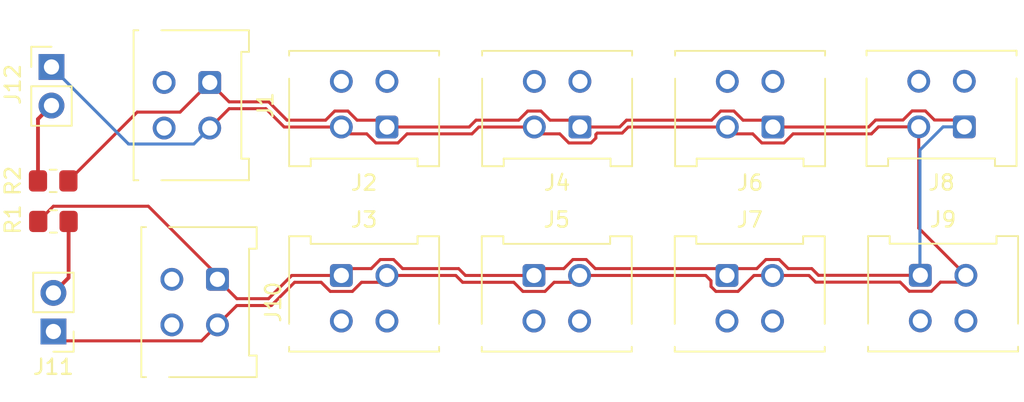
<source format=kicad_pcb>
(kicad_pcb (version 20211014) (generator pcbnew)
  (layers (0 "F.Cu" signal) (31 "B.Cu" signal) (34 "B.Paste" user) (35 "F.Paste" user) (36 "B.SilkS" user "B.Silkscreen") (37 "F.SilkS" user "F.Silkscreen") (38 "B.Mask" user) (39 "F.Mask" user) (44 "Edge.Cuts" user))
  (net 0 "")
  (net 1 "/CAN_P")
  (net 2 "/CAN_N")
  (net 4 "Net-(J11-Pad2)")
  (net 5 "Net-(J12-Pad2)")
  (footprint "Connector_Molex:Molex_Micro-Fit_3.0_43045-0412_2x02_P3.00mm_Vertical" (layer "F.Cu") (at 69.342 56.642 -90)
    (fp_text reference "J10" (at 1.5 -3.67 90) (layer "F.SilkS"))
    (fp_text value "mx3.0_2x2")
    (fp_line (start -3.435 4.7) (end -3.435 5.01) (layer "F.SilkS") (width 0.12))
    (fp_line (start 5.015 -2.08) (end 5.015 -2.58) (layer "F.SilkS") (width 0.12))
    (fp_line (start -3.435 5.01) (end 6.435 5.01) (layer "F.SilkS") (width 0.12))
    (fp_line (start -3.435 -2.58) (end -2.015 -2.58) (layer "F.SilkS") (width 0.12))
    (fp_line (start -2.015 -2.58) (end -2.015 -2.08) (layer "F.SilkS") (width 0.12))
    (fp_line (start -3.435 3.18) (end -3.435 -2.58) (layer "F.SilkS") (width 0.12))
    (fp_line (start 6.435 -2.58) (end 6.435 3.18) (layer "F.SilkS") (width 0.12))
    (fp_line (start -2.015 -2.08) (end 5.015 -2.08) (layer "F.SilkS") (width 0.12))
    (fp_line (start 5.015 -2.58) (end 6.435 -2.58) (layer "F.SilkS") (width 0.12))
    (fp_line (start 6.435 5.01) (end 6.435 4.7) (layer "F.SilkS") (width 0.12))
    (pad "" np_thru_hole circle locked (at -3 3.94 270) (size 1 1) (drill 1) (layers *.Cu *.Mask))
    (pad "" np_thru_hole circle locked (at 6 3.94 270) (size 1 1) (drill 1) (layers *.Cu *.Mask))
    (pad "1" thru_hole roundrect locked (at 0 0 270) (size 1.5 1.5) (drill 1) (layers *.Cu *.Mask) (roundrect_rratio 0.166667) (net 1 "/CAN_P"))
    (pad "2" thru_hole circle locked (at 3 0 270) (size 1.5 1.5) (drill 1) (layers *.Cu *.Mask) (net 2 "/CAN_N"))
    (pad "3" thru_hole circle locked (at 0 3 270) (size 1.5 1.5) (drill 1) (layers *.Cu *.Mask))
    (pad "4" thru_hole circle locked (at 3 3 270) (size 1.5 1.5) (drill 1) (layers *.Cu *.Mask))
  )
  (footprint "Connector_Molex:Molex_Micro-Fit_3.0_43045-0412_2x02_P3.00mm_Vertical" (layer "F.Cu") (at 102.87 56.388)
    (fp_text reference "J7" (at 1.5 -3.67) (layer "F.SilkS"))
    (fp_text value "mx3.0_2x2")
    (fp_line (start -3.435 4.7) (end -3.435 5.01) (layer "F.SilkS") (width 0.12))
    (fp_line (start -3.435 -2.58) (end -2.015 -2.58) (layer "F.SilkS") (width 0.12))
    (fp_line (start 6.435 5.01) (end 6.435 4.7) (layer "F.SilkS") (width 0.12))
    (fp_line (start 6.435 -2.58) (end 6.435 3.18) (layer "F.SilkS") (width 0.12))
    (fp_line (start -3.435 5.01) (end 6.435 5.01) (layer "F.SilkS") (width 0.12))
    (fp_line (start 5.015 -2.08) (end 5.015 -2.58) (layer "F.SilkS") (width 0.12))
    (fp_line (start -3.435 3.18) (end -3.435 -2.58) (layer "F.SilkS") (width 0.12))
    (fp_line (start 5.015 -2.58) (end 6.435 -2.58) (layer "F.SilkS") (width 0.12))
    (fp_line (start -2.015 -2.08) (end 5.015 -2.08) (layer "F.SilkS") (width 0.12))
    (fp_line (start -2.015 -2.58) (end -2.015 -2.08) (layer "F.SilkS") (width 0.12))
    (pad "" np_thru_hole circle locked (at 6 3.94) (size 1 1) (drill 1) (layers *.Cu *.Mask))
    (pad "" np_thru_hole circle locked (at -3 3.94) (size 1 1) (drill 1) (layers *.Cu *.Mask))
    (pad "1" thru_hole roundrect locked (at 0 0) (size 1.5 1.5) (drill 1) (layers *.Cu *.Mask) (roundrect_rratio 0.166667) (net 1 "/CAN_P"))
    (pad "2" thru_hole circle locked (at 3 0) (size 1.5 1.5) (drill 1) (layers *.Cu *.Mask) (net 2 "/CAN_N"))
    (pad "3" thru_hole circle locked (at 0 3) (size 1.5 1.5) (drill 1) (layers *.Cu *.Mask))
    (pad "4" thru_hole circle locked (at 3 3) (size 1.5 1.5) (drill 1) (layers *.Cu *.Mask))
  )
  (footprint "Connector_Molex:Molex_Micro-Fit_3.0_43045-0412_2x02_P3.00mm_Vertical" (layer "F.Cu") (at 90.17 56.388)
    (fp_text reference "J5" (at 1.5 -3.67) (layer "F.SilkS"))
    (fp_text value "mx3.0_2x2")
    (fp_line (start -3.435 3.18) (end -3.435 -2.58) (layer "F.SilkS") (width 0.12))
    (fp_line (start 6.435 5.01) (end 6.435 4.7) (layer "F.SilkS") (width 0.12))
    (fp_line (start 5.015 -2.58) (end 6.435 -2.58) (layer "F.SilkS") (width 0.12))
    (fp_line (start -2.015 -2.58) (end -2.015 -2.08) (layer "F.SilkS") (width 0.12))
    (fp_line (start -3.435 4.7) (end -3.435 5.01) (layer "F.SilkS") (width 0.12))
    (fp_line (start -2.015 -2.08) (end 5.015 -2.08) (layer "F.SilkS") (width 0.12))
    (fp_line (start 6.435 -2.58) (end 6.435 3.18) (layer "F.SilkS") (width 0.12))
    (fp_line (start -3.435 5.01) (end 6.435 5.01) (layer "F.SilkS") (width 0.12))
    (fp_line (start -3.435 -2.58) (end -2.015 -2.58) (layer "F.SilkS") (width 0.12))
    (fp_line (start 5.015 -2.08) (end 5.015 -2.58) (layer "F.SilkS") (width 0.12))
    (pad "" np_thru_hole circle locked (at -3 3.94) (size 1 1) (drill 1) (layers *.Cu *.Mask))
    (pad "" np_thru_hole circle locked (at 6 3.94) (size 1 1) (drill 1) (layers *.Cu *.Mask))
    (pad "1" thru_hole roundrect locked (at 0 0) (size 1.5 1.5) (drill 1) (layers *.Cu *.Mask) (roundrect_rratio 0.166667) (net 1 "/CAN_P"))
    (pad "2" thru_hole circle locked (at 3 0) (size 1.5 1.5) (drill 1) (layers *.Cu *.Mask) (net 2 "/CAN_N"))
    (pad "3" thru_hole circle locked (at 0 3) (size 1.5 1.5) (drill 1) (layers *.Cu *.Mask))
    (pad "4" thru_hole circle locked (at 3 3) (size 1.5 1.5) (drill 1) (layers *.Cu *.Mask))
  )
  (footprint "Connector_Molex:Molex_Micro-Fit_3.0_43045-0412_2x02_P3.00mm_Vertical" (layer "F.Cu") (at 105.894 46.619 180)
    (fp_text reference "J6" (at 1.5 -3.67) (layer "F.SilkS"))
    (fp_text value "mx3.0_2x2")
    (fp_line (start -3.435 3.18) (end -3.435 -2.58) (layer "F.SilkS") (width 0.12))
    (fp_line (start 5.015 -2.58) (end 6.435 -2.58) (layer "F.SilkS") (width 0.12))
    (fp_line (start -2.015 -2.08) (end 5.015 -2.08) (layer "F.SilkS") (width 0.12))
    (fp_line (start 6.435 5.01) (end 6.435 4.7) (layer "F.SilkS") (width 0.12))
    (fp_line (start 6.435 -2.58) (end 6.435 3.18) (layer "F.SilkS") (width 0.12))
    (fp_line (start -2.015 -2.58) (end -2.015 -2.08) (layer "F.SilkS") (width 0.12))
    (fp_line (start -3.435 5.01) (end 6.435 5.01) (layer "F.SilkS") (width 0.12))
    (fp_line (start -3.435 -2.58) (end -2.015 -2.58) (layer "F.SilkS") (width 0.12))
    (fp_line (start 5.015 -2.08) (end 5.015 -2.58) (layer "F.SilkS") (width 0.12))
    (fp_line (start -3.435 4.7) (end -3.435 5.01) (layer "F.SilkS") (width 0.12))
    (pad "" np_thru_hole circle locked (at 6 3.94 180) (size 1 1) (drill 1) (layers *.Cu *.Mask))
    (pad "" np_thru_hole circle locked (at -3 3.94 180) (size 1 1) (drill 1) (layers *.Cu *.Mask))
    (pad "1" thru_hole roundrect locked (at 0 0 180) (size 1.5 1.5) (drill 1) (layers *.Cu *.Mask) (roundrect_rratio 0.166667) (net 1 "/CAN_P"))
    (pad "2" thru_hole circle locked (at 3 0 180) (size 1.5 1.5) (drill 1) (layers *.Cu *.Mask) (net 2 "/CAN_N"))
    (pad "3" thru_hole circle locked (at 0 3 180) (size 1.5 1.5) (drill 1) (layers *.Cu *.Mask))
    (pad "4" thru_hole circle locked (at 3 3 180) (size 1.5 1.5) (drill 1) (layers *.Cu *.Mask))
  )
  (footprint "Connector_PinHeader_2.54mm:PinHeader_1x02_P2.54mm_Vertical" (layer "F.Cu") (at 58.42 42.667)
    (fp_text reference "J12" (at -2.54 1.148 90) (layer "F.SilkS"))
    (fp_text value "TR")
    (fp_line (start -1.33 1.27) (end 1.33 1.27) (layer "F.SilkS") (width 0.12))
    (fp_line (start -1.33 0) (end -1.33 -1.33) (layer "F.SilkS") (width 0.12))
    (fp_line (start -1.33 1.27) (end -1.33 3.87) (layer "F.SilkS") (width 0.12))
    (fp_line (start 1.33 1.27) (end 1.33 3.87) (layer "F.SilkS") (width 0.12))
    (fp_line (start -1.33 3.87) (end 1.33 3.87) (layer "F.SilkS") (width 0.12))
    (fp_line (start -1.33 -1.33) (end 0 -1.33) (layer "F.SilkS") (width 0.12))
    (pad "1" thru_hole rect locked (at 0 0) (size 1.7 1.7) (drill 1) (layers *.Cu *.Mask) (net 2 "/CAN_N"))
    (pad "2" thru_hole oval locked (at 0 2.54) (size 1.7 1.7) (drill 1) (layers *.Cu *.Mask) (net 5 "Net-(J12-Pad2)"))
  )
  (footprint "Connector_Molex:Molex_Micro-Fit_3.0_43045-0412_2x02_P3.00mm_Vertical" (layer "F.Cu") (at 118.491 46.609 180)
    (fp_text reference "J8" (at 1.5 -3.67) (layer "F.SilkS"))
    (fp_text value "mx3.0_2x2")
    (fp_line (start 5.015 -2.58) (end 6.435 -2.58) (layer "F.SilkS") (width 0.12))
    (fp_line (start -2.015 -2.08) (end 5.015 -2.08) (layer "F.SilkS") (width 0.12))
    (fp_line (start -3.435 -2.58) (end -2.015 -2.58) (layer "F.SilkS") (width 0.12))
    (fp_line (start -3.435 4.7) (end -3.435 5.01) (layer "F.SilkS") (width 0.12))
    (fp_line (start 6.435 5.01) (end 6.435 4.7) (layer "F.SilkS") (width 0.12))
    (fp_line (start -2.015 -2.58) (end -2.015 -2.08) (layer "F.SilkS") (width 0.12))
    (fp_line (start 6.435 -2.58) (end 6.435 3.18) (layer "F.SilkS") (width 0.12))
    (fp_line (start -3.435 3.18) (end -3.435 -2.58) (layer "F.SilkS") (width 0.12))
    (fp_line (start -3.435 5.01) (end 6.435 5.01) (layer "F.SilkS") (width 0.12))
    (fp_line (start 5.015 -2.08) (end 5.015 -2.58) (layer "F.SilkS") (width 0.12))
    (pad "" np_thru_hole circle locked (at 6 3.94 180) (size 1 1) (drill 1) (layers *.Cu *.Mask))
    (pad "" np_thru_hole circle locked (at -3 3.94 180) (size 1 1) (drill 1) (layers *.Cu *.Mask))
    (pad "1" thru_hole roundrect locked (at 0 0 180) (size 1.5 1.5) (drill 1) (layers *.Cu *.Mask) (roundrect_rratio 0.166667) (net 1 "/CAN_P"))
    (pad "2" thru_hole circle locked (at 3 0 180) (size 1.5 1.5) (drill 1) (layers *.Cu *.Mask) (net 2 "/CAN_N"))
    (pad "3" thru_hole circle locked (at 0 3 180) (size 1.5 1.5) (drill 1) (layers *.Cu *.Mask))
    (pad "4" thru_hole circle locked (at 3 3 180) (size 1.5 1.5) (drill 1) (layers *.Cu *.Mask))
  )
  (footprint "Resistor_SMD:R_0805_2012Metric_Pad1.20x1.40mm_HandSolder" (layer "F.Cu") (at 58.547 52.832 180)
    (fp_text reference "R1" (at 2.667 0.127 90) (layer "F.SilkS"))
    (fp_text value "120R")
    (fp_line (start -0.227064 -0.735) (end 0.227064 -0.735) (layer "F.SilkS") (width 0.12))
    (fp_line (start -0.227064 0.735) (end 0.227064 0.735) (layer "F.SilkS") (width 0.12))
    (pad "1" smd roundrect locked (at -1 0 180) (size 1.2 1.4) (layers "F.Cu" "F.Paste" "F.Mask") (roundrect_rratio 0.208333) (net 4 "Net-(J11-Pad2)"))
    (pad "2" smd roundrect locked (at 1 0 180) (size 1.2 1.4) (layers "F.Cu" "F.Paste" "F.Mask") (roundrect_rratio 0.208333) (net 1 "/CAN_P"))
  )
  (footprint "Connector_Molex:Molex_Micro-Fit_3.0_43045-0412_2x02_P3.00mm_Vertical" (layer "F.Cu") (at 77.494 56.388)
    (fp_text reference "J3" (at 1.5 -3.67) (layer "F.SilkS"))
    (fp_text value "mx3.0_2x2")
    (fp_line (start 5.015 -2.58) (end 6.435 -2.58) (layer "F.SilkS") (width 0.12))
    (fp_line (start -3.435 -2.58) (end -2.015 -2.58) (layer "F.SilkS") (width 0.12))
    (fp_line (start -3.435 5.01) (end 6.435 5.01) (layer "F.SilkS") (width 0.12))
    (fp_line (start 5.015 -2.08) (end 5.015 -2.58) (layer "F.SilkS") (width 0.12))
    (fp_line (start -3.435 3.18) (end -3.435 -2.58) (layer "F.SilkS") (width 0.12))
    (fp_line (start -2.015 -2.58) (end -2.015 -2.08) (layer "F.SilkS") (width 0.12))
    (fp_line (start -2.015 -2.08) (end 5.015 -2.08) (layer "F.SilkS") (width 0.12))
    (fp_line (start -3.435 4.7) (end -3.435 5.01) (layer "F.SilkS") (width 0.12))
    (fp_line (start 6.435 -2.58) (end 6.435 3.18) (layer "F.SilkS") (width 0.12))
    (fp_line (start 6.435 5.01) (end 6.435 4.7) (layer "F.SilkS") (width 0.12))
    (pad "" np_thru_hole circle locked (at -3 3.94) (size 1 1) (drill 1) (layers *.Cu *.Mask))
    (pad "" np_thru_hole circle locked (at 6 3.94) (size 1 1) (drill 1) (layers *.Cu *.Mask))
    (pad "1" thru_hole roundrect locked (at 0 0) (size 1.5 1.5) (drill 1) (layers *.Cu *.Mask) (roundrect_rratio 0.166667) (net 1 "/CAN_P"))
    (pad "2" thru_hole circle locked (at 3 0) (size 1.5 1.5) (drill 1) (layers *.Cu *.Mask) (net 2 "/CAN_N"))
    (pad "3" thru_hole circle locked (at 0 3) (size 1.5 1.5) (drill 1) (layers *.Cu *.Mask))
    (pad "4" thru_hole circle locked (at 3 3) (size 1.5 1.5) (drill 1) (layers *.Cu *.Mask))
  )
  (footprint "Connector_Molex:Molex_Micro-Fit_3.0_43045-0412_2x02_P3.00mm_Vertical" (layer "F.Cu") (at 115.594 56.378)
    (fp_text reference "J9" (at 1.5 -3.67) (layer "F.SilkS"))
    (fp_text value "mx3.0_2x2")
    (fp_line (start 6.435 -2.58) (end 6.435 3.18) (layer "F.SilkS") (width 0.12))
    (fp_line (start -2.015 -2.58) (end -2.015 -2.08) (layer "F.SilkS") (width 0.12))
    (fp_line (start -3.435 3.18) (end -3.435 -2.58) (layer "F.SilkS") (width 0.12))
    (fp_line (start -3.435 4.7) (end -3.435 5.01) (layer "F.SilkS") (width 0.12))
    (fp_line (start -3.435 5.01) (end 6.435 5.01) (layer "F.SilkS") (width 0.12))
    (fp_line (start -3.435 -2.58) (end -2.015 -2.58) (layer "F.SilkS") (width 0.12))
    (fp_line (start 5.015 -2.08) (end 5.015 -2.58) (layer "F.SilkS") (width 0.12))
    (fp_line (start 5.015 -2.58) (end 6.435 -2.58) (layer "F.SilkS") (width 0.12))
    (fp_line (start 6.435 5.01) (end 6.435 4.7) (layer "F.SilkS") (width 0.12))
    (fp_line (start -2.015 -2.08) (end 5.015 -2.08) (layer "F.SilkS") (width 0.12))
    (pad "" np_thru_hole circle locked (at 6 3.94) (size 1 1) (drill 1) (layers *.Cu *.Mask))
    (pad "" np_thru_hole circle locked (at -3 3.94) (size 1 1) (drill 1) (layers *.Cu *.Mask))
    (pad "1" thru_hole roundrect locked (at 0 0) (size 1.5 1.5) (drill 1) (layers *.Cu *.Mask) (roundrect_rratio 0.166667) (net 1 "/CAN_P"))
    (pad "2" thru_hole circle locked (at 3 0) (size 1.5 1.5) (drill 1) (layers *.Cu *.Mask) (net 2 "/CAN_N"))
    (pad "3" thru_hole circle locked (at 0 3) (size 1.5 1.5) (drill 1) (layers *.Cu *.Mask))
    (pad "4" thru_hole circle locked (at 3 3) (size 1.5 1.5) (drill 1) (layers *.Cu *.Mask))
  )
  (footprint "Connector_Molex:Molex_Micro-Fit_3.0_43045-0412_2x02_P3.00mm_Vertical" (layer "F.Cu") (at 68.834 43.688 -90)
    (fp_text reference "J1" (at 1.5 -3.67 90) (layer "F.SilkS"))
    (fp_text value "mx3.0_2x2")
    (fp_line (start 6.435 5.01) (end 6.435 4.7) (layer "F.SilkS") (width 0.12))
    (fp_line (start 6.435 -2.58) (end 6.435 3.18) (layer "F.SilkS") (width 0.12))
    (fp_line (start -3.435 5.01) (end 6.435 5.01) (layer "F.SilkS") (width 0.12))
    (fp_line (start 5.015 -2.58) (end 6.435 -2.58) (layer "F.SilkS") (width 0.12))
    (fp_line (start -3.435 4.7) (end -3.435 5.01) (layer "F.SilkS") (width 0.12))
    (fp_line (start -2.015 -2.08) (end 5.015 -2.08) (layer "F.SilkS") (width 0.12))
    (fp_line (start -3.435 3.18) (end -3.435 -2.58) (layer "F.SilkS") (width 0.12))
    (fp_line (start -3.435 -2.58) (end -2.015 -2.58) (layer "F.SilkS") (width 0.12))
    (fp_line (start -2.015 -2.58) (end -2.015 -2.08) (layer "F.SilkS") (width 0.12))
    (fp_line (start 5.015 -2.08) (end 5.015 -2.58) (layer "F.SilkS") (width 0.12))
    (pad "" np_thru_hole circle locked (at -3 3.94 270) (size 1 1) (drill 1) (layers *.Cu *.Mask))
    (pad "" np_thru_hole circle locked (at 6 3.94 270) (size 1 1) (drill 1) (layers *.Cu *.Mask))
    (pad "1" thru_hole roundrect locked (at 0 0 270) (size 1.5 1.5) (drill 1) (layers *.Cu *.Mask) (roundrect_rratio 0.166667) (net 1 "/CAN_P"))
    (pad "2" thru_hole circle locked (at 3 0 270) (size 1.5 1.5) (drill 1) (layers *.Cu *.Mask) (net 2 "/CAN_N"))
    (pad "3" thru_hole circle locked (at 0 3 270) (size 1.5 1.5) (drill 1) (layers *.Cu *.Mask))
    (pad "4" thru_hole circle locked (at 3 3 270) (size 1.5 1.5) (drill 1) (layers *.Cu *.Mask))
  )
  (footprint "Connector_Molex:Molex_Micro-Fit_3.0_43045-0412_2x02_P3.00mm_Vertical" (layer "F.Cu") (at 80.494 46.619 180)
    (fp_text reference "J2" (at 1.5 -3.67) (layer "F.SilkS"))
    (fp_text value "mx3.0_2x2")
    (fp_line (start 6.435 -2.58) (end 6.435 3.18) (layer "F.SilkS") (width 0.12))
    (fp_line (start -3.435 -2.58) (end -2.015 -2.58) (layer "F.SilkS") (width 0.12))
    (fp_line (start -2.015 -2.08) (end 5.015 -2.08) (layer "F.SilkS") (width 0.12))
    (fp_line (start 5.015 -2.08) (end 5.015 -2.58) (layer "F.SilkS") (width 0.12))
    (fp_line (start -3.435 5.01) (end 6.435 5.01) (layer "F.SilkS") (width 0.12))
    (fp_line (start 6.435 5.01) (end 6.435 4.7) (layer "F.SilkS") (width 0.12))
    (fp_line (start -2.015 -2.58) (end -2.015 -2.08) (layer "F.SilkS") (width 0.12))
    (fp_line (start -3.435 4.7) (end -3.435 5.01) (layer "F.SilkS") (width 0.12))
    (fp_line (start 5.015 -2.58) (end 6.435 -2.58) (layer "F.SilkS") (width 0.12))
    (fp_line (start -3.435 3.18) (end -3.435 -2.58) (layer "F.SilkS") (width 0.12))
    (pad "" np_thru_hole circle locked (at -3 3.94 180) (size 1 1) (drill 1) (layers *.Cu *.Mask))
    (pad "" np_thru_hole circle locked (at 6 3.94 180) (size 1 1) (drill 1) (layers *.Cu *.Mask))
    (pad "1" thru_hole roundrect locked (at 0 0 180) (size 1.5 1.5) (drill 1) (layers *.Cu *.Mask) (roundrect_rratio 0.166667) (net 1 "/CAN_P"))
    (pad "2" thru_hole circle locked (at 3 0 180) (size 1.5 1.5) (drill 1) (layers *.Cu *.Mask) (net 2 "/CAN_N"))
    (pad "3" thru_hole circle locked (at 0 3 180) (size 1.5 1.5) (drill 1) (layers *.Cu *.Mask))
    (pad "4" thru_hole circle locked (at 3 3 180) (size 1.5 1.5) (drill 1) (layers *.Cu *.Mask))
  )
  (footprint "Connector_Molex:Molex_Micro-Fit_3.0_43045-0412_2x02_P3.00mm_Vertical" (layer "F.Cu") (at 93.194 46.619 180)
    (fp_text reference "J4" (at 1.5 -3.67) (layer "F.SilkS"))
    (fp_text value "mx3.0_2x2")
    (fp_line (start 5.015 -2.08) (end 5.015 -2.58) (layer "F.SilkS") (width 0.12))
    (fp_line (start 5.015 -2.58) (end 6.435 -2.58) (layer "F.SilkS") (width 0.12))
    (fp_line (start -2.015 -2.58) (end -2.015 -2.08) (layer "F.SilkS") (width 0.12))
    (fp_line (start 6.435 5.01) (end 6.435 4.7) (layer "F.SilkS") (width 0.12))
    (fp_line (start -3.435 3.18) (end -3.435 -2.58) (layer "F.SilkS") (width 0.12))
    (fp_line (start -3.435 5.01) (end 6.435 5.01) (layer "F.SilkS") (width 0.12))
    (fp_line (start -2.015 -2.08) (end 5.015 -2.08) (layer "F.SilkS") (width 0.12))
    (fp_line (start -3.435 4.7) (end -3.435 5.01) (layer "F.SilkS") (width 0.12))
    (fp_line (start -3.435 -2.58) (end -2.015 -2.58) (layer "F.SilkS") (width 0.12))
    (fp_line (start 6.435 -2.58) (end 6.435 3.18) (layer "F.SilkS") (width 0.12))
    (pad "" np_thru_hole circle locked (at -3 3.94 180) (size 1 1) (drill 1) (layers *.Cu *.Mask))
    (pad "" np_thru_hole circle locked (at 6 3.94 180) (size 1 1) (drill 1) (layers *.Cu *.Mask))
    (pad "1" thru_hole roundrect locked (at 0 0 180) (size 1.5 1.5) (drill 1) (layers *.Cu *.Mask) (roundrect_rratio 0.166667) (net 1 "/CAN_P"))
    (pad "2" thru_hole circle locked (at 3 0 180) (size 1.5 1.5) (drill 1) (layers *.Cu *.Mask) (net 2 "/CAN_N"))
    (pad "3" thru_hole circle locked (at 0 3 180) (size 1.5 1.5) (drill 1) (layers *.Cu *.Mask))
    (pad "4" thru_hole circle locked (at 3 3 180) (size 1.5 1.5) (drill 1) (layers *.Cu *.Mask))
  )
  (footprint "Resistor_SMD:R_0805_2012Metric_Pad1.20x1.40mm_HandSolder" (layer "F.Cu") (at 58.531 50.165)
    (fp_text reference "R2" (at -2.651 0 90) (layer "F.SilkS"))
    (fp_text value "120R")
    (fp_line (start -0.227064 -0.735) (end 0.227064 -0.735) (layer "F.SilkS") (width 0.12))
    (fp_line (start -0.227064 0.735) (end 0.227064 0.735) (layer "F.SilkS") (width 0.12))
    (pad "1" smd roundrect locked (at -1 0) (size 1.2 1.4) (layers "F.Cu" "F.Paste" "F.Mask") (roundrect_rratio 0.208333) (net 5 "Net-(J12-Pad2)"))
    (pad "2" smd roundrect locked (at 1 0) (size 1.2 1.4) (layers "F.Cu" "F.Paste" "F.Mask") (roundrect_rratio 0.208333) (net 1 "/CAN_P"))
  )
  (footprint "Connector_PinHeader_2.54mm:PinHeader_1x02_P2.54mm_Vertical" (layer "F.Cu") (at 58.547 60.076 180)
    (fp_text reference "J11" (at 0 -2.33) (layer "F.SilkS"))
    (fp_text value "TR")
    (fp_line (start -1.33 0) (end -1.33 -1.33) (layer "F.SilkS") (width 0.12))
    (fp_line (start -1.33 -1.33) (end 0 -1.33) (layer "F.SilkS") (width 0.12))
    (fp_line (start 1.33 1.27) (end 1.33 3.87) (layer "F.SilkS") (width 0.12))
    (fp_line (start -1.33 1.27) (end -1.33 3.87) (layer "F.SilkS") (width 0.12))
    (fp_line (start -1.33 3.87) (end 1.33 3.87) (layer "F.SilkS") (width 0.12))
    (fp_line (start -1.33 1.27) (end 1.33 1.27) (layer "F.SilkS") (width 0.12))
    (pad "1" thru_hole rect locked (at 0 0 180) (size 1.7 1.7) (drill 1) (layers *.Cu *.Mask) (net 2 "/CAN_N"))
    (pad "2" thru_hole oval locked (at 0 2.54 180) (size 1.7 1.7) (drill 1) (layers *.Cu *.Mask) (net 4 "Net-(J11-Pad2)"))
  )
  (segment (start 86.3548 46.169) (end 89.159766 46.169) (width 0.2) (layer "F.Cu") (net 1))
  (segment (start 78.528234 46.169) (end 80.044 46.169) (width 0.2) (layer "F.Cu") (net 1))
  (segment (start 101.859766 46.169) (end 102.459277 45.569489) (width 0.2) (layer "F.Cu") (net 1))
  (segment (start 91.228234 46.169) (end 92.744 46.169) (width 0.2) (layer "F.Cu") (net 1))
  (segment (start 66.883511 45.638489) (end 68.834 43.688) (width 0.2) (layer "F.Cu") (net 1))
  (segment (start 89.759277 45.569489) (end 90.628723 45.569489) (width 0.2) (layer "F.Cu") (net 1))
  (segment (start 77.059277 45.569489) (end 77.928723 45.569489) (width 0.2) (layer "F.Cu") (net 1))
  (segment (start 77.928723 45.569489) (end 78.528234 46.169) (width 0.2) (layer "F.Cu") (net 1))
  (segment (start 92.135766 55.938) (end 92.735277 55.338489) (width 0.2) (layer "F.Cu") (net 1))
  (segment (start 59.531 50.165) (end 64.057511 45.638489) (width 0.2) (layer "F.Cu") (net 1))
  (segment (start 80.928723 55.338489) (end 81.528234 55.938) (width 0.2) (layer "F.Cu") (net 1))
  (segment (start 72.701801 57.916999) (end 74.2308 56.388) (width 0.2) (layer "F.Cu") (net 1))
  (segment (start 64.057511 45.638489) (end 66.883511 45.638489) (width 0.2) (layer "F.Cu") (net 1))
  (segment (start 69.342 56.642) (end 70.616999 57.916999) (width 0.2) (layer "F.Cu") (net 1))
  (segment (start 80.494 46.619) (end 85.9048 46.619) (width 0.2) (layer "F.Cu") (net 1))
  (segment (start 115.925723 45.559489) (end 116.525234 46.159) (width 0.2) (layer "F.Cu") (net 1))
  (segment (start 106.304723 55.338489) (end 106.904234 55.938) (width 0.2) (layer "F.Cu") (net 1))
  (segment (start 80.044 46.169) (end 80.494 46.619) (width 0.2) (layer "F.Cu") (net 1))
  (segment (start 95.8108 46.619) (end 96.2608 46.169) (width 0.2) (layer "F.Cu") (net 1))
  (segment (start 85.6622 56.388) (end 90.17 56.388) (width 0.2) (layer "F.Cu") (net 1))
  (segment (start 81.528234 55.938) (end 85.2122 55.938) (width 0.2) (layer "F.Cu") (net 1))
  (segment (start 90.62 55.938) (end 92.135766 55.938) (width 0.2) (layer "F.Cu") (net 1))
  (segment (start 89.159766 46.169) (end 89.759277 45.569489) (width 0.2) (layer "F.Cu") (net 1))
  (segment (start 85.2122 55.938) (end 85.6622 56.388) (width 0.2) (layer "F.Cu") (net 1))
  (segment (start 105.894 46.619) (end 112.1938 46.619) (width 0.2) (layer "F.Cu") (net 1))
  (segment (start 58.54652 51.83248) (end 64.793885 51.83248) (width 0.2) (layer "F.Cu") (net 1))
  (segment (start 118.041 46.159) (end 118.491 46.609) (width 0.2) (layer "F.Cu") (net 1))
  (segment (start 108.4532 55.938) (end 108.8932 56.378) (width 0.2) (layer "F.Cu") (net 1))
  (segment (start 103.928234 46.169) (end 105.444 46.169) (width 0.2) (layer "F.Cu") (net 1))
  (segment (start 70.108999 44.962999) (end 72.713199 44.962999) (width 0.2) (layer "F.Cu") (net 1))
  (segment (start 68.834 43.688) (end 70.108999 44.962999) (width 0.2) (layer "F.Cu") (net 1))
  (segment (start 96.2608 46.169) (end 101.859766 46.169) (width 0.2) (layer "F.Cu") (net 1))
  (segment (start 112.1938 46.619) (end 112.6538 46.159) (width 0.2) (layer "F.Cu") (net 1))
  (segment (start 94.204234 55.938) (end 104.835766 55.938) (width 0.2) (layer "F.Cu") (net 1))
  (segment (start 90.17 56.388) (end 90.62 55.938) (width 0.2) (layer "F.Cu") (net 1))
  (segment (start 79.459766 55.938) (end 80.059277 55.338489) (width 0.2) (layer "F.Cu") (net 1))
  (segment (start 102.459277 45.569489) (end 103.328723 45.569489) (width 0.2) (layer "F.Cu") (net 1))
  (segment (start 93.604723 55.338489) (end 94.204234 55.938) (width 0.2) (layer "F.Cu") (net 1))
  (segment (start 77.494 56.388) (end 77.944 55.938) (width 0.2) (layer "F.Cu") (net 1))
  (segment (start 74.2308 56.388) (end 77.494 56.388) (width 0.2) (layer "F.Cu") (net 1))
  (segment (start 92.735277 55.338489) (end 93.604723 55.338489) (width 0.2) (layer "F.Cu") (net 1))
  (segment (start 106.904234 55.938) (end 108.4532 55.938) (width 0.2) (layer "F.Cu") (net 1))
  (segment (start 77.944 55.938) (end 79.459766 55.938) (width 0.2) (layer "F.Cu") (net 1))
  (segment (start 64.793885 51.83248) (end 69.342 56.380595) (width 0.2) (layer "F.Cu") (net 1))
  (segment (start 103.328723 45.569489) (end 103.928234 46.169) (width 0.2) (layer "F.Cu") (net 1))
  (segment (start 57.547 52.832) (end 58.54652 51.83248) (width 0.2) (layer "F.Cu") (net 1))
  (segment (start 90.628723 45.569489) (end 91.228234 46.169) (width 0.2) (layer "F.Cu") (net 1))
  (segment (start 76.459766 46.169) (end 77.059277 45.569489) (width 0.2) (layer "F.Cu") (net 1))
  (segment (start 93.194 46.619) (end 95.8108 46.619) (width 0.2) (layer "F.Cu") (net 1))
  (segment (start 73.9192 46.169) (end 76.459766 46.169) (width 0.2) (layer "F.Cu") (net 1))
  (segment (start 92.744 46.169) (end 93.194 46.619) (width 0.2) (layer "F.Cu") (net 1))
  (segment (start 104.835766 55.938) (end 105.435277 55.338489) (width 0.2) (layer "F.Cu") (net 1))
  (segment (start 105.435277 55.338489) (end 106.304723 55.338489) (width 0.2) (layer "F.Cu") (net 1))
  (segment (start 69.342 56.380595) (end 69.342 56.642) (width 0.2) (layer "F.Cu") (net 1))
  (segment (start 108.8932 56.378) (end 115.594 56.378) (width 0.2) (layer "F.Cu") (net 1))
  (segment (start 70.616999 57.916999) (end 72.701801 57.916999) (width 0.2) (layer "F.Cu") (net 1))
  (segment (start 115.056277 45.559489) (end 115.925723 45.559489) (width 0.2) (layer "F.Cu") (net 1))
  (segment (start 72.713199 44.962999) (end 73.9192 46.169) (width 0.2) (layer "F.Cu") (net 1))
  (segment (start 116.525234 46.159) (end 118.041 46.159) (width 0.2) (layer "F.Cu") (net 1))
  (segment (start 112.6538 46.159) (end 114.456766 46.159) (width 0.2) (layer "F.Cu") (net 1))
  (segment (start 105.444 46.169) (end 105.894 46.619) (width 0.2) (layer "F.Cu") (net 1))
  (segment (start 85.9048 46.619) (end 86.3548 46.169) (width 0.2) (layer "F.Cu") (net 1))
  (segment (start 114.456766 46.159) (end 115.056277 45.559489) (width 0.2) (layer "F.Cu") (net 1))
  (segment (start 80.059277 55.338489) (end 80.928723 55.338489) (width 0.2) (layer "F.Cu") (net 1))
  (segment (start 115.57 48.133) (end 115.57 56.354) (width 0.2) (layer "B.Cu") (net 1))
  (segment (start 117.094 46.609) (end 115.57 48.133) (width 0.2) (layer "B.Cu") (net 1))
  (segment (start 118.491 46.609) (end 117.094 46.609) (width 0.2) (layer "B.Cu") (net 1))
  (segment (start 115.57 56.354) (end 115.594 56.378) (width 0.2) (layer "B.Cu") (net 1))
  (segment (start 90.644 47.069) (end 91.866862 47.069) (width 0.2) (layer "F.Cu") (net 2))
  (segment (start 91.497138 56.838) (end 92.72 56.838) (width 0.2) (layer "F.Cu") (net 2))
  (segment (start 86.0912 47.069) (end 86.5412 46.619) (width 0.2) (layer "F.Cu") (net 2))
  (segment (start 101.82048 56.73548) (end 101.82048 57.115618) (width 0.2) (layer "F.Cu") (net 2))
  (segment (start 106.621618 47.66852) (end 107.221138 47.069) (width 0.2) (layer "F.Cu") (net 2))
  (segment (start 94.24352 47.10748) (end 94.33248 47.01852) (width 0.2) (layer "F.Cu") (net 2))
  (segment (start 91.866862 47.069) (end 92.466382 47.66852) (width 0.2) (layer "F.Cu") (net 2))
  (segment (start 114.266862 56.828) (end 114.866382 57.42752) (width 0.2) (layer "F.Cu") (net 2))
  (segment (start 74.4172 56.838) (end 76.166862 56.838) (width 0.2) (layer "F.Cu") (net 2))
  (segment (start 103.597618 57.43752) (end 104.647138 56.388) (width 0.2) (layer "F.Cu") (net 2))
  (segment (start 85.0258 56.388) (end 85.4758 56.838) (width 0.2) (layer "F.Cu") (net 2))
  (segment (start 68.292489 60.691511) (end 69.342 59.642) (width 0.2) (layer "F.Cu") (net 2))
  (segment (start 89.442382 57.43752) (end 90.897618 57.43752) (width 0.2) (layer "F.Cu") (net 2))
  (segment (start 73.7328 46.619) (end 77.494 46.619) (width 0.2) (layer "F.Cu") (net 2))
  (segment (start 92.72 56.838) (end 93.17 56.388) (width 0.2) (layer "F.Cu") (net 2))
  (segment (start 108.7068 56.828) (end 114.266862 56.828) (width 0.2) (layer "F.Cu") (net 2))
  (segment (start 79.766382 47.66852) (end 81.221618 47.66852) (width 0.2) (layer "F.Cu") (net 2))
  (segment (start 90.194 46.619) (end 90.644 47.069) (width 0.2) (layer "F.Cu") (net 2))
  (segment (start 118.144 56.828) (end 118.594 56.378) (width 0.2) (layer "F.Cu") (net 2))
  (segment (start 70.616999 58.367001) (end 72.888199 58.367001) (width 0.2) (layer "F.Cu") (net 2))
  (segment (start 94.24352 47.346618) (end 94.24352 47.10748) (width 0.2) (layer "F.Cu") (net 2))
  (segment (start 103.344 47.069) (end 104.566862 47.069) (width 0.2) (layer "F.Cu") (net 2))
  (segment (start 78.821138 56.838) (end 80.044 56.838) (width 0.2) (layer "F.Cu") (net 2))
  (segment (start 90.897618 57.43752) (end 91.497138 56.838) (width 0.2) (layer "F.Cu") (net 2))
  (segment (start 79.166862 47.069) (end 79.766382 47.66852) (width 0.2) (layer "F.Cu") (net 2))
  (segment (start 81.821138 47.069) (end 86.0912 47.069) (width 0.2) (layer "F.Cu") (net 2))
  (segment (start 72.526801 45.413001) (end 73.7328 46.619) (width 0.2) (layer "F.Cu") (net 2))
  (segment (start 72.888199 58.367001) (end 74.4172 56.838) (width 0.2) (layer "F.Cu") (net 2))
  (segment (start 115.491 53.275) (end 118.594 56.378) (width 0.2) (layer "F.Cu") (net 2))
  (segment (start 85.4758 56.838) (end 88.842862 56.838) (width 0.2) (layer "F.Cu") (net 2))
  (segment (start 104.647138 56.388) (end 108.2668 56.388) (width 0.2) (layer "F.Cu") (net 2))
  (segment (start 105.166382 47.66852) (end 106.621618 47.66852) (width 0.2) (layer "F.Cu") (net 2))
  (segment (start 69.342 59.642) (end 70.616999 58.367001) (width 0.2) (layer "F.Cu") (net 2))
  (segment (start 101.82048 57.115618) (end 102.142382 57.43752) (width 0.2) (layer "F.Cu") (net 2))
  (segment (start 77.494 46.619) (end 77.944 47.069) (width 0.2) (layer "F.Cu") (net 2))
  (segment (start 102.142382 57.43752) (end 103.597618 57.43752) (width 0.2) (layer "F.Cu") (net 2))
  (segment (start 86.5412 46.619) (end 90.194 46.619) (width 0.2) (layer "F.Cu") (net 2))
  (segment (start 116.321618 57.42752) (end 116.921138 56.828) (width 0.2) (layer "F.Cu") (net 2))
  (segment (start 112.3802 47.069) (end 112.8402 46.609) (width 0.2) (layer "F.Cu") (net 2))
  (segment (start 77.944 47.069) (end 79.166862 47.069) (width 0.2) (layer "F.Cu") (net 2))
  (segment (start 95.976286 47.01852) (end 96.375806 46.619) (width 0.2) (layer "F.Cu") (net 2))
  (segment (start 76.766382 57.43752) (end 78.221618 57.43752) (width 0.2) (layer "F.Cu") (net 2))
  (segment (start 88.842862 56.838) (end 89.442382 57.43752) (width 0.2) (layer "F.Cu") (net 2))
  (segment (start 116.921138 56.828) (end 118.144 56.828) (width 0.2) (layer "F.Cu") (net 2))
  (segment (start 107.221138 47.069) (end 112.3802 47.069) (width 0.2) (layer "F.Cu") (net 2))
  (segment (start 59.162511 60.691511) (end 68.292489 60.691511) (width 0.2) (layer "F.Cu") (net 2))
  (segment (start 92.466382 47.66852) (end 93.921618 47.66852) (width 0.2) (layer "F.Cu") (net 2))
  (segment (start 80.044 56.838) (end 80.494 56.388) (width 0.2) (layer "F.Cu") (net 2))
  (segment (start 102.894 46.619) (end 103.344 47.069) (width 0.2) (layer "F.Cu") (net 2))
  (segment (start 81.221618 47.66852) (end 81.821138 47.069) (width 0.2) (layer "F.Cu") (net 2))
  (segment (start 68.834 46.688) (end 70.108999 45.413001) (width 0.2) (layer "F.Cu") (net 2))
  (segment (start 104.566862 47.069) (end 105.166382 47.66852) (width 0.2) (layer "F.Cu") (net 2))
  (segment (start 70.108999 45.413001) (end 72.526801 45.413001) (width 0.2) (layer "F.Cu") (net 2))
  (segment (start 115.491 46.609) (end 115.491 53.275) (width 0.2) (layer "F.Cu") (net 2))
  (segment (start 112.8402 46.609) (end 115.491 46.609) (width 0.2) (layer "F.Cu") (net 2))
  (segment (start 94.33248 47.01852) (end 95.976286 47.01852) (width 0.2) (layer "F.Cu") (net 2))
  (segment (start 76.166862 56.838) (end 76.766382 57.43752) (width 0.2) (layer "F.Cu") (net 2))
  (segment (start 78.221618 57.43752) (end 78.821138 56.838) (width 0.2) (layer "F.Cu") (net 2))
  (segment (start 58.547 60.076) (end 59.162511 60.691511) (width 0.2) (layer "F.Cu") (net 2))
  (segment (start 114.866382 57.42752) (end 116.321618 57.42752) (width 0.2) (layer "F.Cu") (net 2))
  (segment (start 93.17 56.388) (end 101.473 56.388) (width 0.2) (layer "F.Cu") (net 2))
  (segment (start 96.375806 46.619) (end 102.894 46.619) (width 0.2) (layer "F.Cu") (net 2))
  (segment (start 93.921618 47.66852) (end 94.24352 47.346618) (width 0.2) (layer "F.Cu") (net 2))
  (segment (start 80.494 56.388) (end 85.0258 56.388) (width 0.2) (layer "F.Cu") (net 2))
  (segment (start 108.2668 56.388) (end 108.7068 56.828) (width 0.2) (layer "F.Cu") (net 2))
  (segment (start 101.473 56.388) (end 101.82048 56.73548) (width 0.2) (layer "F.Cu") (net 2))
  (segment (start 58.42 42.667) (end 63.490511 47.737511) (width 0.2) (layer "B.Cu") (net 2))
  (segment (start 67.784489 47.737511) (end 68.834 46.688) (width 0.2) (layer "B.Cu") (net 2))
  (segment (start 63.490511 47.737511) (end 67.784489 47.737511) (width 0.2) (layer "B.Cu") (net 2))
  (segment (start 59.547 56.536) (end 58.547 57.536) (width 0.25) (layer "F.Cu") (net 4))
  (segment (start 59.547 52.832) (end 59.547 56.536) (width 0.25) (layer "F.Cu") (net 4))
  (segment (start 57.531 50.165) (end 57.531 46.096) (width 0.25) (layer "F.Cu") (net 5))
  (segment (start 57.531 46.096) (end 58.42 45.207) (width 0.25) (layer "F.Cu") (net 5))
)
</source>
